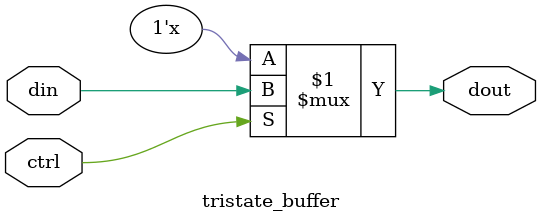
<source format=v>
module tristate_buffer(input din, ctrl, output dout);
    assign dout = (ctrl) ? din : 1'bz; 
endmodule 
</source>
